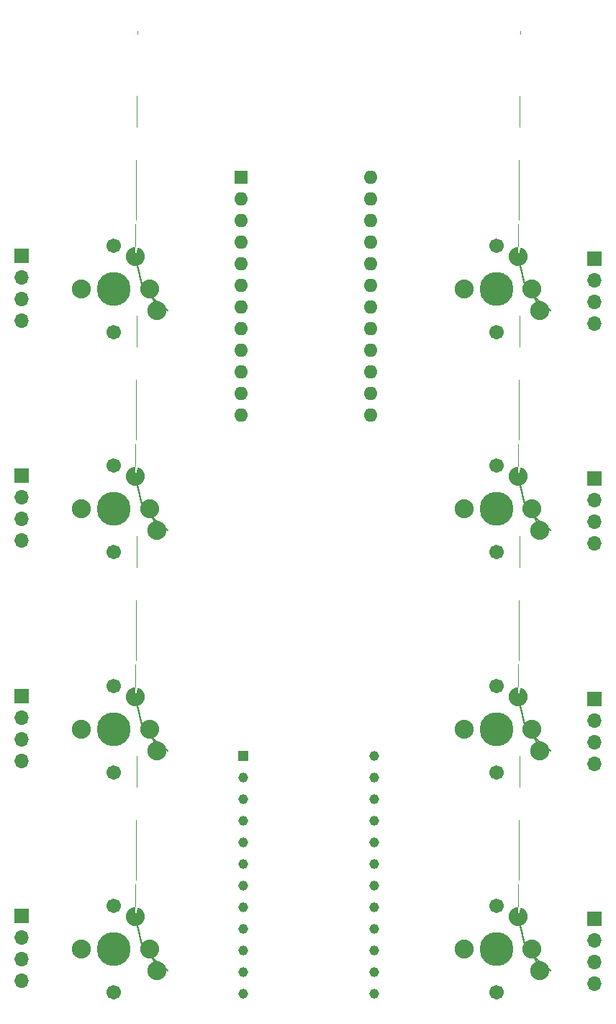
<source format=gbs>
G04 #@! TF.GenerationSoftware,KiCad,Pcbnew,7.0.2*
G04 #@! TF.CreationDate,2023-10-25T06:33:52-04:00*
G04 #@! TF.ProjectId,MacroPad Base,4d616372-6f50-4616-9420-426173652e6b,rev?*
G04 #@! TF.SameCoordinates,Original*
G04 #@! TF.FileFunction,Soldermask,Bot*
G04 #@! TF.FilePolarity,Negative*
%FSLAX46Y46*%
G04 Gerber Fmt 4.6, Leading zero omitted, Abs format (unit mm)*
G04 Created by KiCad (PCBNEW 7.0.2) date 2023-10-25 06:33:52*
%MOMM*%
%LPD*%
G01*
G04 APERTURE LIST*
G04 Aperture macros list*
%AMFreePoly0*
4,1,42,0.305846,1.074936,0.498157,1.000434,0.673504,0.891864,0.825916,0.752922,0.950203,0.588341,1.017866,0.452453,2.579378,1.070874,2.641060,1.074761,2.693245,1.041650,2.716002,0.984188,2.700638,0.924325,2.653021,0.884926,1.082219,0.262826,1.098571,0.205358,1.117600,0.000000,1.098571,-0.205358,1.042131,-0.403724,0.950203,-0.588341,0.825916,-0.752922,0.673504,-0.891864,
0.498157,-1.000434,0.305846,-1.074936,0.103119,-1.112833,-0.103119,-1.112833,-0.305846,-1.074936,-0.498157,-1.000434,-0.673504,-0.891864,-0.825916,-0.752922,-0.950203,-0.588341,-1.042131,-0.403724,-1.098571,-0.205358,-1.117600,0.000000,-1.098571,0.205358,-1.042131,0.403724,-0.950203,0.588341,-0.825916,0.752922,-0.673504,0.891864,-0.498157,1.000434,-0.305846,1.074936,-0.103119,1.112833,
0.103119,1.112833,0.305846,1.074936,0.305846,1.074936,$1*%
%AMFreePoly1*
4,1,50,0.305846,1.074936,0.498157,1.000434,0.673504,0.891864,0.825916,0.752922,0.950203,0.588341,1.042131,0.403724,1.098571,0.205358,1.117600,0.000000,1.098571,-0.205358,1.042131,-0.403724,0.950203,-0.588341,0.825916,-0.752922,0.673504,-0.891864,0.498157,-1.000434,0.354352,-1.056144,1.029360,-3.956856,3.897994,-6.259313,3.931880,-6.311000,3.928913,-6.372732,3.890227,-6.420930,
3.830599,-6.437185,3.772805,-6.415287,0.877205,-4.091187,0.876130,-4.089547,0.874325,-4.088785,0.859283,-4.063850,0.843320,-4.039500,0.843414,-4.037542,0.842402,-4.035865,0.159736,-1.102249,0.103119,-1.112833,-0.103119,-1.112833,-0.305846,-1.074936,-0.498157,-1.000434,-0.673504,-0.891864,-0.825916,-0.752922,-0.950203,-0.588341,-1.042131,-0.403724,-1.098571,-0.205358,-1.117600,0.000000,
-1.098571,0.205358,-1.042131,0.403724,-0.950203,0.588341,-0.825916,0.752922,-0.673504,0.891864,-0.498157,1.000434,-0.305846,1.074936,-0.103119,1.112833,0.103119,1.112833,0.305846,1.074936,0.305846,1.074936,$1*%
G04 Aperture macros list end*
%ADD10C,1.701800*%
%ADD11C,3.987800*%
%ADD12FreePoly0,270.000000*%
%ADD13C,2.235200*%
%ADD14FreePoly1,270.000000*%
%ADD15R,1.700000X1.700000*%
%ADD16O,1.700000X1.700000*%
%ADD17R,1.160000X1.160000*%
%ADD18C,1.160000*%
%ADD19R,1.600000X1.600000*%
%ADD20O,1.600000X1.600000*%
G04 APERTURE END LIST*
D10*
X100888000Y-84132000D03*
D11*
X100888000Y-89212000D03*
D10*
X100888000Y-94292000D03*
D12*
X105091700Y-89212000D03*
D13*
X105968000Y-91752000D03*
D14*
X103428000Y-85402000D03*
D13*
X97090700Y-89212000D03*
D15*
X112378000Y-111483000D03*
D16*
X112378000Y-114023000D03*
X112378000Y-116563000D03*
X112378000Y-119103000D03*
D15*
X45058000Y-111147000D03*
D16*
X45058000Y-113687000D03*
X45058000Y-116227000D03*
X45058000Y-118767000D03*
D10*
X55888000Y-58282000D03*
D11*
X55888000Y-63362000D03*
D10*
X55888000Y-68442000D03*
D12*
X60091700Y-63362000D03*
D13*
X60968000Y-65902000D03*
D14*
X58428000Y-59552000D03*
D13*
X52090700Y-63362000D03*
D15*
X112378000Y-59783000D03*
D16*
X112378000Y-62323000D03*
X112378000Y-64863000D03*
X112378000Y-67403000D03*
D10*
X100888000Y-32432000D03*
D11*
X100888000Y-37512000D03*
D10*
X100888000Y-42592000D03*
D12*
X105091700Y-37512000D03*
D13*
X105968000Y-40052000D03*
D14*
X103428000Y-33702000D03*
D13*
X97090700Y-37512000D03*
D15*
X45058000Y-33597000D03*
D16*
X45058000Y-36137000D03*
X45058000Y-38677000D03*
X45058000Y-41217000D03*
D10*
X55888000Y-109982000D03*
D11*
X55888000Y-115062000D03*
D10*
X55888000Y-120142000D03*
D12*
X60091700Y-115062000D03*
D13*
X60968000Y-117602000D03*
D14*
X58428000Y-111252000D03*
D13*
X52090700Y-115062000D03*
D17*
X71109000Y-92398000D03*
D18*
X71109000Y-94938000D03*
X71109000Y-97478000D03*
X71109000Y-100018000D03*
X71109000Y-102558000D03*
X71109000Y-105098000D03*
X71109000Y-107638000D03*
X71109000Y-110178000D03*
X71109000Y-112718000D03*
X71109000Y-115258000D03*
X71109000Y-117798000D03*
X71109000Y-120338000D03*
X86529000Y-120338000D03*
X86529000Y-117798000D03*
X86529000Y-115258000D03*
X86529000Y-112718000D03*
X86529000Y-110178000D03*
X86529000Y-107638000D03*
X86529000Y-105098000D03*
X86529000Y-102558000D03*
X86529000Y-100018000D03*
X86529000Y-97478000D03*
X86529000Y-94938000D03*
X86529000Y-92398000D03*
D10*
X100888000Y-58282000D03*
D11*
X100888000Y-63362000D03*
D10*
X100888000Y-68442000D03*
D12*
X105091700Y-63362000D03*
D13*
X105968000Y-65902000D03*
D14*
X103428000Y-59552000D03*
D13*
X97090700Y-63362000D03*
D15*
X45058000Y-85297000D03*
D16*
X45058000Y-87837000D03*
X45058000Y-90377000D03*
X45058000Y-92917000D03*
D15*
X112378000Y-85633000D03*
D16*
X112378000Y-88173000D03*
X112378000Y-90713000D03*
X112378000Y-93253000D03*
D15*
X112378000Y-33933000D03*
D16*
X112378000Y-36473000D03*
X112378000Y-39013000D03*
X112378000Y-41553000D03*
D19*
X70812000Y-24387000D03*
D20*
X70812000Y-26927000D03*
X70812000Y-29467000D03*
X70812000Y-32007000D03*
X70812000Y-34547000D03*
X70812000Y-37087000D03*
X70812000Y-39627000D03*
X70812000Y-42167000D03*
X70812000Y-44707000D03*
X70812000Y-47247000D03*
X70812000Y-49787000D03*
X70812000Y-52327000D03*
X86052000Y-52327000D03*
X86052000Y-49787000D03*
X86052000Y-47247000D03*
X86052000Y-44707000D03*
X86052000Y-42167000D03*
X86052000Y-39627000D03*
X86052000Y-37087000D03*
X86052000Y-34547000D03*
X86052000Y-32007000D03*
X86052000Y-29467000D03*
X86052000Y-26927000D03*
X86052000Y-24387000D03*
D10*
X55888000Y-84132000D03*
D11*
X55888000Y-89212000D03*
D10*
X55888000Y-94292000D03*
D12*
X60091700Y-89212000D03*
D13*
X60968000Y-91752000D03*
D14*
X58428000Y-85402000D03*
D13*
X52090700Y-89212000D03*
D10*
X55888000Y-32432000D03*
D11*
X55888000Y-37512000D03*
D10*
X55888000Y-42592000D03*
D12*
X60091700Y-37512000D03*
D13*
X60968000Y-40052000D03*
D14*
X58428000Y-33702000D03*
D13*
X52090700Y-37512000D03*
D10*
X100888000Y-109982000D03*
D11*
X100888000Y-115062000D03*
D10*
X100888000Y-120142000D03*
D12*
X105091700Y-115062000D03*
D13*
X105968000Y-117602000D03*
D14*
X103428000Y-111252000D03*
D13*
X97090700Y-115062000D03*
D15*
X45058000Y-59447000D03*
D16*
X45058000Y-61987000D03*
X45058000Y-64527000D03*
X45058000Y-67067000D03*
M02*

</source>
